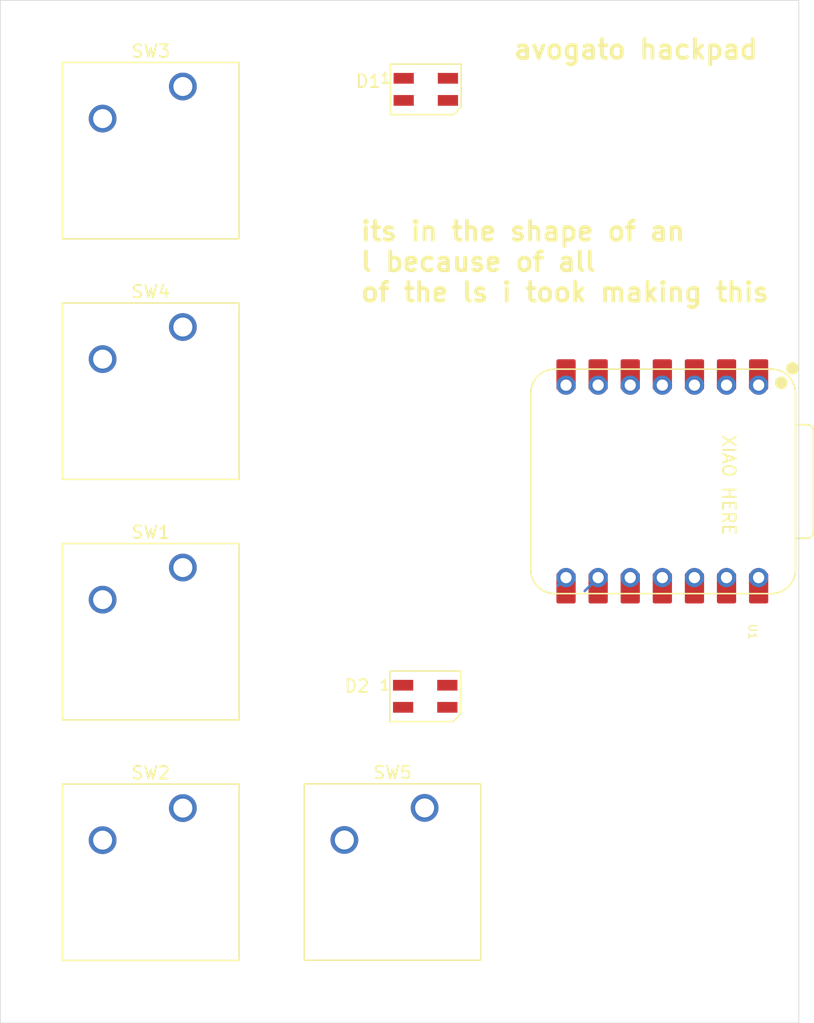
<source format=kicad_pcb>
(kicad_pcb (version 20241229) (generator "pcbnew") (generator_version "9.0")
  (layers (0 "F.Cu" signal) (2 "B.Cu" signal) (13 "F.Paste" user) (15 "B.Paste" user) (5 "F.SilkS" user "F.Silkscreen") (7 "B.SilkS" user "B.Silkscreen") (1 "F.Mask" user) (3 "B.Mask" user) (25 "Edge.Cuts" user))
  (net 0 "")
  (net 1 "Net-(D1-DOUT)")
  (net 2 "Net-(D1-DIN)")
  (net 3 "GND")
  (net 4 "+5V")
  (net 6 "Net-(U1-GPIO1{slash}RX)")
  (net 7 "Net-(U1-GPIO2{slash}SCK)")
  (net 8 "Net-(U1-GPIO4{slash}MISO)")
  (net 9 "Net-(U1-GPIO3{slash}MOSI)")
  (net 16 "Net-(U1-GPIO28{slash}ADC2{slash}A2)")
  (footprint "OPL:XIAO-RP2040-DIP" (layer "F.Cu") (at 100.0125 88.10625 -90)
    (property "Reference" "U1" (at 11.90625 -7.14375 270) (layer "F.SilkS") (effects (font (size 0.635 0.635) (thickness 0.1016))))
    (property "Value" "XIAO-RP2040-DIP")
    (fp_line (start -6.985 10.414) (end 6.985 10.414) (stroke (width 0.127)) (layer "F.SilkS"))
    (fp_line (start -8.89 8.509) (end -8.89 -8.636) (stroke (width 0.127)) (layer "F.SilkS"))
    (fp_line (start 8.89 8.509) (end 8.89 -8.636) (stroke (width 0.127)) (layer "F.SilkS"))
    (fp_line (start -4.495 -10.541) (end -4.491272 -11.451272) (stroke (width 0.127)) (layer "F.SilkS"))
    (fp_line (start 6.985 -10.541) (end -6.985 -10.541) (stroke (width 0.1)) (layer "F.SilkS"))
    (fp_line (start 6.985 -10.541) (end -6.985 -10.541) (stroke (width 0.127)) (layer "F.SilkS"))
    (fp_line (start 4.504 -11.451) (end 4.504 -10.541) (stroke (width 0.127)) (layer "F.SilkS"))
    (fp_line (start -3.991272 -11.951) (end 4.004 -11.951) (stroke (width 0.127)) (layer "F.SilkS"))
    (fp_arc (start -6.985 10.414) (mid -8.332038 9.856038) (end -8.89 8.509) (stroke (width 0.127)) (layer "F.SilkS"))
    (fp_arc (start 8.89 8.509) (mid 8.332038 9.856038) (end 6.985 10.414) (stroke (width 0.127)) (layer "F.SilkS"))
    (fp_arc (start -8.89 -8.636) (mid -8.332038 -9.983038) (end -6.985 -10.541) (stroke (width 0.127)) (layer "F.SilkS"))
    (fp_arc (start 6.985 -10.541) (mid 8.332038 -9.983038) (end 8.89 -8.636) (stroke (width 0.127)) (layer "F.SilkS"))
    (fp_arc (start -4.491272 -11.451272) (mid -4.344728 -11.80464) (end -3.991272 -11.951) (stroke (width 0.127)) (layer "F.SilkS"))
    (fp_arc (start 4.004 -11.951) (mid 4.357553 -11.804553) (end 4.504 -11.451) (stroke (width 0.127)) (layer "F.SilkS"))
    (fp_circle (center -7.807 -9.42) (end -7.807 -9.674) (stroke (width 0.5)) (fill yes) (layer "F.SilkS"))
    (fp_circle (center -8.95 -10.3) (end -8.95 -10.554) (stroke (width 0.5)) (fill yes) (layer "F.SilkS"))
    (pad "1" smd roundrect (at -8.455 -7.62 90) (size 2.432 1.524) (layers "F.Cu" "F.Mask") (roundrect_rratio 0.1))
    (pad "1" thru_hole circle (at -7.62 -7.62 90) (size 1.524 1.524) (drill 0.889) (layers "*.Cu" "*.Mask"))
    (pad "2" smd roundrect (at -8.455 -5.08 90) (size 2.432 1.524) (layers "F.Cu" "F.Mask") (roundrect_rratio 0.1))
    (pad "2" thru_hole circle (at -7.62 -5.08 90) (size 1.524 1.524) (drill 0.889) (layers "*.Cu" "*.Mask"))
    (pad "3" smd roundrect (at -8.455 -2.54 90) (size 2.432 1.524) (layers "F.Cu" "F.Mask") (roundrect_rratio 0.1) (net 16 "Net-(U1-GPIO28{slash}ADC2{slash}A2)"))
    (pad "3" thru_hole circle (at -7.62 -2.54 90) (size 1.524 1.524) (drill 0.889) (layers "*.Cu" "*.Mask") (net 16 "Net-(U1-GPIO28{slash}ADC2{slash}A2)"))
    (pad "4" smd roundrect (at -8.455 0 90) (size 2.432 1.524) (layers "F.Cu" "F.Mask") (roundrect_rratio 0.1))
    (pad "4" thru_hole circle (at -7.62 0 90) (size 1.524 1.524) (drill 0.889) (layers "*.Cu" "*.Mask"))
    (pad "5" smd roundrect (at -8.455 2.54 90) (size 2.432 1.524) (layers "F.Cu" "F.Mask") (roundrect_rratio 0.1) (net 2 "Net-(D1-DIN)"))
    (pad "5" thru_hole circle (at -7.62 2.54 90) (size 1.524 1.524) (drill 0.889) (layers "*.Cu" "*.Mask") (net 2 "Net-(D1-DIN)"))
    (pad "6" smd roundrect (at -8.455 5.08 90) (size 2.432 1.524) (layers "F.Cu" "F.Mask") (roundrect_rratio 0.1))
    (pad "6" thru_hole circle (at -7.62 5.08 90) (size 1.524 1.524) (drill 0.889) (layers "*.Cu" "*.Mask"))
    (pad "7" smd roundrect (at -8.455 7.62 90) (size 2.432 1.524) (layers "F.Cu" "F.Mask") (roundrect_rratio 0.1))
    (pad "7" thru_hole circle (at -7.62 7.62 90) (size 1.524 1.524) (drill 0.889) (layers "*.Cu" "*.Mask"))
    (pad "8" thru_hole circle (at 7.62 7.62 270) (size 1.524 1.524) (drill 0.889) (layers "*.Cu" "*.Mask") (net 6 "Net-(U1-GPIO1{slash}RX)"))
    (pad "8" smd roundrect (at 8.455 7.62 270) (size 2.432 1.524) (layers "F.Cu" "F.Mask") (roundrect_rratio 0.1) (net 6 "Net-(U1-GPIO1{slash}RX)"))
    (pad "9" thru_hole circle (at 7.62 5.08 270) (size 1.524 1.524) (drill 0.889) (layers "*.Cu" "*.Mask") (net 7 "Net-(U1-GPIO2{slash}SCK)"))
    (pad "9" smd roundrect (at 8.455 5.08 270) (size 2.432 1.524) (layers "F.Cu" "F.Mask") (roundrect_rratio 0.1) (net 7 "Net-(U1-GPIO2{slash}SCK)"))
    (pad "10" thru_hole circle (at 7.62 2.54 270) (size 1.524 1.524) (drill 0.889) (layers "*.Cu" "*.Mask") (net 8 "Net-(U1-GPIO4{slash}MISO)"))
    (pad "10" smd roundrect (at 8.455 2.54 270) (size 2.432 1.524) (layers "F.Cu" "F.Mask") (roundrect_rratio 0.1) (net 8 "Net-(U1-GPIO4{slash}MISO)"))
    (pad "11" thru_hole circle (at 7.62 0 270) (size 1.524 1.524) (drill 0.889) (layers "*.Cu" "*.Mask") (net 9 "Net-(U1-GPIO3{slash}MOSI)"))
    (pad "11" smd roundrect (at 8.455 0 270) (size 2.432 1.524) (layers "F.Cu" "F.Mask") (roundrect_rratio 0.1) (net 9 "Net-(U1-GPIO3{slash}MOSI)"))
    (pad "12" thru_hole circle (at 7.62 -2.54 270) (size 1.524 1.524) (drill 0.889) (layers "*.Cu" "*.Mask"))
    (pad "12" smd roundrect (at 8.455 -2.54 270) (size 2.432 1.524) (layers "F.Cu" "F.Mask") (roundrect_rratio 0.1))
    (pad "13" thru_hole circle (at 7.62 -5.08 270) (size 1.524 1.524) (drill 0.889) (layers "*.Cu" "*.Mask") (net 3 "GND"))
    (pad "13" smd roundrect (at 8.455 -5.08 270) (size 2.432 1.524) (layers "F.Cu" "F.Mask") (roundrect_rratio 0.1) (net 3 "GND"))
    (pad "14" thru_hole circle (at 7.62 -7.62 270) (size 1.524 1.524) (drill 0.889) (layers "*.Cu" "*.Mask") (net 4 "+5V"))
    (pad "14" smd roundrect (at 8.455 -7.62 270) (size 2.432 1.524) (layers "F.Cu" "F.Mask") (roundrect_rratio 0.1) (net 4 "+5V"))
  )
  (footprint "Button_Switch_Keyboard:SW_Cherry_MX_1.00u_PCB" (layer "F.Cu") (at 81.201709 113.96701)
    (property "Reference" "SW5" (at -2.54 -2.794 0) (layer "F.SilkS"))
    (property "Value" "SW_Push")
    (fp_line (start -9.525 -1.905) (end 4.445 -1.905) (stroke (width 0.12)) (layer "F.SilkS"))
    (fp_line (start -9.525 12.065) (end -9.525 -1.905) (stroke (width 0.12)) (layer "F.SilkS"))
    (fp_line (start 4.445 -1.905) (end 4.445 12.065) (stroke (width 0.12)) (layer "F.SilkS"))
    (fp_line (start 4.445 12.065) (end -9.525 12.065) (stroke (width 0.12)) (layer "F.SilkS"))
    (pad "" np_thru_hole circle (at -7.62 5.08) (size 1.7 1.7) (drill 1.7) (layers "*.Cu" "*.Mask"))
    (pad "" np_thru_hole circle (at -2.54 5.08) (size 4 4) (drill 4) (layers "*.Cu" "*.Mask"))
    (pad "" np_thru_hole circle (at 2.54 5.08) (size 1.7 1.7) (drill 1.7) (layers "*.Cu" "*.Mask"))
    (pad "1" thru_hole circle (at 0 0) (size 2.2 2.2) (drill 1.5) (layers "*.Cu" "*.Mask") (net 3 "GND"))
    (pad "2" thru_hole circle (at -6.35 2.54) (size 2.2 2.2) (drill 1.5) (layers "*.Cu" "*.Mask") (net 16 "Net-(U1-GPIO28{slash}ADC2{slash}A2)"))
  )
  (footprint "Button_Switch_Keyboard:SW_Cherry_MX_1.00u_PCB" (layer "F.Cu") (at 62.07125 113.9825)
    (property "Reference" "SW2" (at -2.54 -2.794 0) (layer "F.SilkS"))
    (property "Value" "SW_Push")
    (fp_line (start -9.525 -1.905) (end 4.445 -1.905) (stroke (width 0.12)) (layer "F.SilkS"))
    (fp_line (start -9.525 12.065) (end -9.525 -1.905) (stroke (width 0.12)) (layer "F.SilkS"))
    (fp_line (start 4.445 -1.905) (end 4.445 12.065) (stroke (width 0.12)) (layer "F.SilkS"))
    (fp_line (start 4.445 12.065) (end -9.525 12.065) (stroke (width 0.12)) (layer "F.SilkS"))
    (pad "" np_thru_hole circle (at -7.62 5.08) (size 1.7 1.7) (drill 1.7) (layers "*.Cu" "*.Mask"))
    (pad "" np_thru_hole circle (at -2.54 5.08) (size 4 4) (drill 4) (layers "*.Cu" "*.Mask"))
    (pad "" np_thru_hole circle (at 2.54 5.08) (size 1.7 1.7) (drill 1.7) (layers "*.Cu" "*.Mask"))
    (pad "1" thru_hole circle (at 0 0) (size 2.2 2.2) (drill 1.5) (layers "*.Cu" "*.Mask") (net 3 "GND"))
    (pad "2" thru_hole circle (at -6.35 2.54) (size 2.2 2.2) (drill 1.5) (layers "*.Cu" "*.Mask") (net 7 "Net-(U1-GPIO2{slash}SCK)"))
  )
  (footprint "Button_Switch_Keyboard:SW_Cherry_MX_1.00u_PCB" (layer "F.Cu") (at 62.07125 94.9325)
    (property "Reference" "SW1" (at -2.54 -2.794 0) (layer "F.SilkS"))
    (property "Value" "SW_Push")
    (fp_line (start -9.525 -1.905) (end 4.445 -1.905) (stroke (width 0.12)) (layer "F.SilkS"))
    (fp_line (start -9.525 12.065) (end -9.525 -1.905) (stroke (width 0.12)) (layer "F.SilkS"))
    (fp_line (start 4.445 -1.905) (end 4.445 12.065) (stroke (width 0.12)) (layer "F.SilkS"))
    (fp_line (start 4.445 12.065) (end -9.525 12.065) (stroke (width 0.12)) (layer "F.SilkS"))
    (pad "" np_thru_hole circle (at -7.62 5.08) (size 1.7 1.7) (drill 1.7) (layers "*.Cu" "*.Mask"))
    (pad "" np_thru_hole circle (at -2.54 5.08) (size 4 4) (drill 4) (layers "*.Cu" "*.Mask"))
    (pad "" np_thru_hole circle (at 2.54 5.08) (size 1.7 1.7) (drill 1.7) (layers "*.Cu" "*.Mask"))
    (pad "1" thru_hole circle (at 0 0) (size 2.2 2.2) (drill 1.5) (layers "*.Cu" "*.Mask") (net 3 "GND"))
    (pad "2" thru_hole circle (at -6.35 2.54) (size 2.2 2.2) (drill 1.5) (layers "*.Cu" "*.Mask") (net 6 "Net-(U1-GPIO1{slash}RX)"))
  )
  (footprint "LED_SMD:LED_SK6812MINI_PLCC4_3.5x3.5mm_P1.75mm" (layer "F.Cu") (at 81.25 105.125)
    (property "Reference" "D2" (at -5.40478 -0.806986 0) (layer "F.SilkS"))
    (property "Value" "SK6812MINI")
    (fp_line (start -2.8 -2) (end -2.8 2) (stroke (width 0.12)) (layer "F.SilkS"))
    (fp_line (start -2.8 -2) (end 2.8 -2) (stroke (width 0.12)) (layer "F.SilkS"))
    (fp_line (start -2.8 2) (end 2.2 2) (stroke (width 0.12)) (layer "F.SilkS"))
    (fp_line (start 2.8 1.4) (end 2.2 2) (stroke (width 0.12)) (layer "F.SilkS"))
    (fp_line (start 2.8 1.4) (end 2.8 -2) (stroke (width 0.12)) (layer "F.SilkS"))
    (fp_text user "1" (at -3.2 -0.875 0) (layer "F.SilkS") (effects (font (size 0.8 0.8))))
    (pad "1" smd rect (at -1.75 -0.875) (size 1.6 0.85) (layers "F.Cu" "F.Mask" "F.Paste"))
    (pad "2" smd rect (at -1.75 0.875) (size 1.6 0.85) (layers "F.Cu" "F.Mask" "F.Paste") (net 3 "GND"))
    (pad "3" smd rect (at 1.75 0.875) (size 1.6 0.85) (layers "F.Cu" "F.Mask" "F.Paste") (net 1 "Net-(D1-DOUT)"))
    (pad "4" smd rect (at 1.75 -0.875) (size 1.6 0.85) (layers "F.Cu" "F.Mask" "F.Paste") (net 4 "+5V"))
  )
  (footprint "LED_SMD:LED_SK6812MINI_PLCC4_3.5x3.5mm_P1.75mm" (layer "F.Cu") (at 81.295588 57.058014)
    (property "Reference" "D1" (at -4.556802 -0.636765 0) (layer "F.SilkS"))
    (property "Value" "SK6812MINI")
    (fp_line (start -2.8 -2) (end -2.8 2) (stroke (width 0.12)) (layer "F.SilkS"))
    (fp_line (start -2.8 -2) (end 2.8 -2) (stroke (width 0.12)) (layer "F.SilkS"))
    (fp_line (start -2.8 2) (end 2.2 2) (stroke (width 0.12)) (layer "F.SilkS"))
    (fp_line (start 2.8 1.4) (end 2.2 2) (stroke (width 0.12)) (layer "F.SilkS"))
    (fp_line (start 2.8 1.4) (end 2.8 -2) (stroke (width 0.12)) (layer "F.SilkS"))
    (fp_text user "1" (at -3.2 -0.875 0) (layer "F.SilkS") (effects (font (size 0.8 0.8))))
    (pad "1" smd rect (at -1.75 -0.875) (size 1.6 0.85) (layers "F.Cu" "F.Mask" "F.Paste") (net 1 "Net-(D1-DOUT)"))
    (pad "2" smd rect (at -1.75 0.875) (size 1.6 0.85) (layers "F.Cu" "F.Mask" "F.Paste") (net 3 "GND"))
    (pad "3" smd rect (at 1.75 0.875) (size 1.6 0.85) (layers "F.Cu" "F.Mask" "F.Paste") (net 2 "Net-(D1-DIN)"))
    (pad "4" smd rect (at 1.75 -0.875) (size 1.6 0.85) (layers "F.Cu" "F.Mask" "F.Paste") (net 4 "+5V"))
  )
  (footprint "Button_Switch_Keyboard:SW_Cherry_MX_1.00u_PCB" (layer "F.Cu") (at 62.07125 56.8325)
    (property "Reference" "SW3" (at -2.54 -2.794 0) (layer "F.SilkS"))
    (property "Value" "SW_Push")
    (fp_line (start -9.525 -1.905) (end 4.445 -1.905) (stroke (width 0.12)) (layer "F.SilkS"))
    (fp_line (start -9.525 12.065) (end -9.525 -1.905) (stroke (width 0.12)) (layer "F.SilkS"))
    (fp_line (start 4.445 -1.905) (end 4.445 12.065) (stroke (width 0.12)) (layer "F.SilkS"))
    (fp_line (start 4.445 12.065) (end -9.525 12.065) (stroke (width 0.12)) (layer "F.SilkS"))
    (pad "" np_thru_hole circle (at -7.62 5.08) (size 1.7 1.7) (drill 1.7) (layers "*.Cu" "*.Mask"))
    (pad "" np_thru_hole circle (at -2.54 5.08) (size 4 4) (drill 4) (layers "*.Cu" "*.Mask"))
    (pad "" np_thru_hole circle (at 2.54 5.08) (size 1.7 1.7) (drill 1.7) (layers "*.Cu" "*.Mask"))
    (pad "1" thru_hole circle (at 0 0) (size 2.2 2.2) (drill 1.5) (layers "*.Cu" "*.Mask") (net 3 "GND"))
    (pad "2" thru_hole circle (at -6.35 2.54) (size 2.2 2.2) (drill 1.5) (layers "*.Cu" "*.Mask") (net 8 "Net-(U1-GPIO4{slash}MISO)"))
  )
  (footprint "Button_Switch_Keyboard:SW_Cherry_MX_1.00u_PCB" (layer "F.Cu") (at 62.07125 75.8825)
    (property "Reference" "SW4" (at -2.54 -2.794 0) (layer "F.SilkS"))
    (property "Value" "SW_Push")
    (fp_line (start -9.525 -1.905) (end 4.445 -1.905) (stroke (width 0.12)) (layer "F.SilkS"))
    (fp_line (start -9.525 12.065) (end -9.525 -1.905) (stroke (width 0.12)) (layer "F.SilkS"))
    (fp_line (start 4.445 -1.905) (end 4.445 12.065) (stroke (width 0.12)) (layer "F.SilkS"))
    (fp_line (start 4.445 12.065) (end -9.525 12.065) (stroke (width 0.12)) (layer "F.SilkS"))
    (pad "" np_thru_hole circle (at -7.62 5.08) (size 1.7 1.7) (drill 1.7) (layers "*.Cu" "*.Mask"))
    (pad "" np_thru_hole circle (at -2.54 5.08) (size 4 4) (drill 4) (layers "*.Cu" "*.Mask"))
    (pad "" np_thru_hole circle (at 2.54 5.08) (size 1.7 1.7) (drill 1.7) (layers "*.Cu" "*.Mask"))
    (pad "1" thru_hole circle (at 0 0) (size 2.2 2.2) (drill 1.5) (layers "*.Cu" "*.Mask") (net 3 "GND"))
    (pad "2" thru_hole circle (at -6.35 2.54) (size 2.2 2.2) (drill 1.5) (layers "*.Cu" "*.Mask") (net 9 "Net-(U1-GPIO3{slash}MOSI)"))
  )
  (gr_rect (start 47.625 50.00625) (end 110.811838 131.001838) (stroke (width 0.05)) (fill no) (layer "Edge.Cuts"))
  (gr_text "its in the shape of an \nl because of all \nof the ls i took making this" (at 76 74 0) (layer "F.SilkS") (effects (font (size 1.5 1.5) (thickness 0.3) (bold yes)) (justify left bottom)))
  (gr_text "XIAO HERE" (at 104.683897 84.327352 270) (layer "F.SilkS") (effects (font (size 1 1)) (justify left bottom)))
  (gr_text "avogato hackpad" (at 88.10625 54.76875 0) (layer "F.SilkS") (effects (font (size 1.5 1.5) (thickness 0.3) (bold yes)) (justify left bottom)))
  (segment (start 91.746249 96.372501) (end 92.3925 95.72625) (width 0.2) (layer "B.Cu") (net 6))
  (segment (start 93.8695 96.78925) (end 94.9325 95.72625) (width 0.2) (layer "B.Cu") (net 7))
)
</source>
